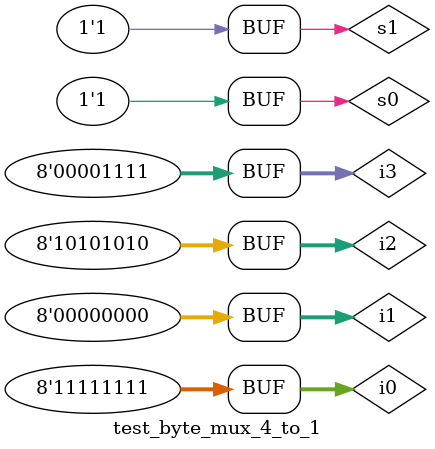
<source format=v>
`timescale 1ns / 1ps


module test_byte_mux_4_to_1;

	// Inputs
	reg [7:0] i0;
	reg [7:0] i1;
	reg [7:0] i2;
	reg [7:0] i3;
	reg s0;
	reg s1;

	// Outputs
	wire [7:0] o;

	// Instantiate the Unit Under Test (UUT)
	byte_mux_4_to_1 uut (
		.i0(i0), 
		.i1(i1), 
		.i2(i2), 
		.i3(i3), 
		.s0(s0), 
		.s1(s1), 
		.o(o)
	);

	initial begin
		// Initialize Inputs
		i0 = 8'b11111111;
		i1 = 8'b00000000;
		i2 = 8'b10101010;
		i3 = 8'b00001111;
		s0 = 0;
		s1 = 0;

		// Wait 100 ns for global reset to finish
		#100;
        
		// Add stimulus here
		i0 = 8'b11111111;
		i1 = 8'b00000000;
		i2 = 8'b10101010;
		i3 = 8'b00001111;
		s0 = 0;
		s1 = 1;
		#100;
		
		i0 = 8'b11111111;
		i1 = 8'b00000000;
		i2 = 8'b10101010;
		i3 = 8'b00001111;
		s0 = 1;
		s1 = 0;
		#100;
		
		i0 = 8'b11111111;
		i1 = 8'b00000000;
		i2 = 8'b10101010;
		i3 = 8'b00001111;
		s0 = 1;
		s1 = 1;
		#100;
		
	end
      
endmodule


</source>
